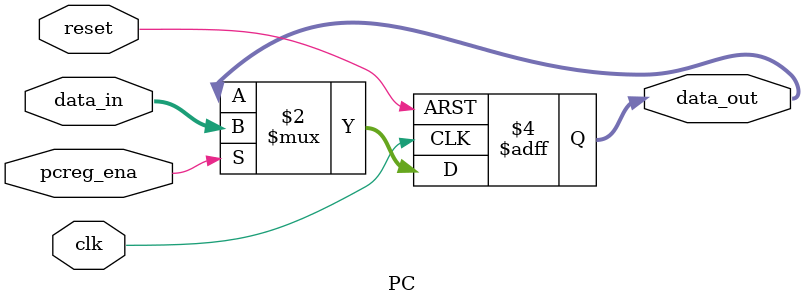
<source format=v>
`timescale 1ns / 1ps


module PC(
    input clk, 
    input reset, 
    input pcreg_ena,
    input [31 : 0] data_in,  // ´ÓÖ¸ÁîÖÐÈ¡³ö½øÐÐ·ûºÅÀ©Õ¹ºóµÃÀ´µÄ
    output reg [31 : 0] data_out
    );           

    always@(posedge clk or posedge reset) 
    begin
        if(reset)
        begin
            data_out<=32'h00400000;//
        end 
        else if(pcreg_ena)
            data_out<=data_in;
        
    end
endmodule


</source>
